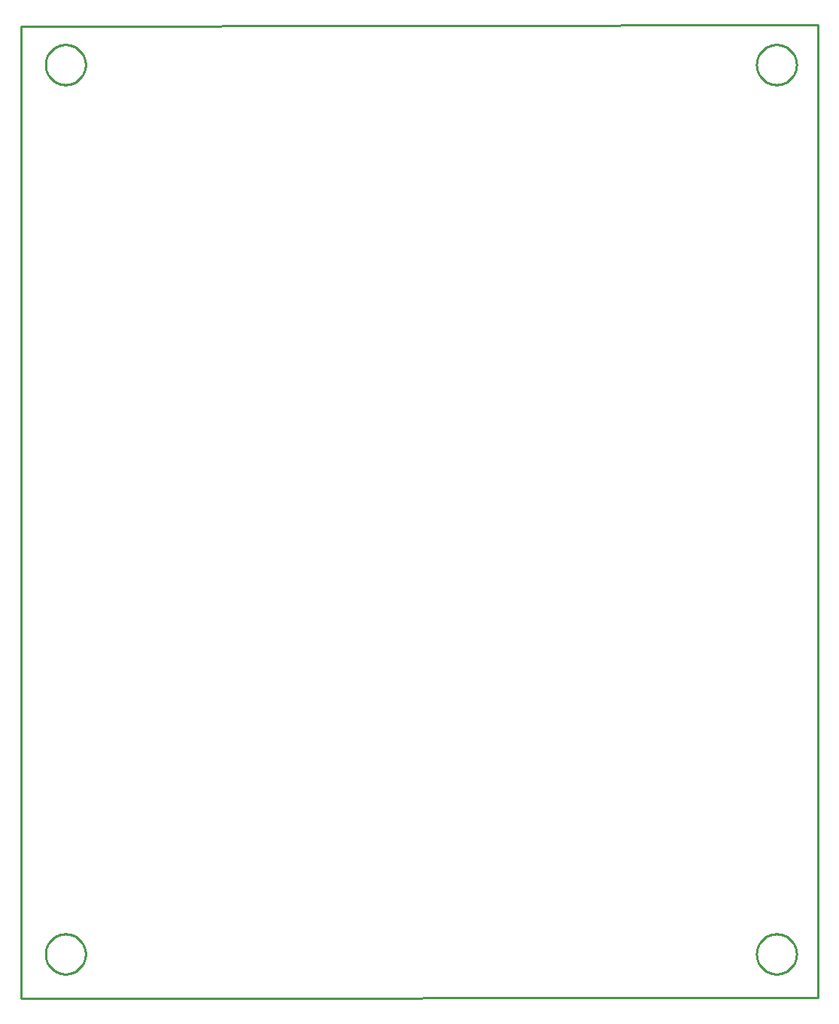
<source format=gbr>
G04 EAGLE Gerber X2 export*
%TF.Part,Single*%
%TF.FileFunction,Profile,NP*%
%TF.FilePolarity,Positive*%
%TF.GenerationSoftware,Autodesk,EAGLE,9.1.3*%
%TF.CreationDate,2018-11-23T23:54:25Z*%
G75*
%MOMM*%
%FSLAX34Y34*%
%LPD*%
%AMOC8*
5,1,8,0,0,1.08239X$1,22.5*%
G01*
%ADD10C,0.254000*%


D10*
X0Y0D02*
X896740Y1270D01*
X896740Y1094470D01*
X0Y1093200D01*
X0Y0D01*
X72500Y49369D02*
X72429Y48108D01*
X72288Y46853D01*
X72076Y45609D01*
X71795Y44378D01*
X71446Y43165D01*
X71029Y41973D01*
X70546Y40806D01*
X69998Y39669D01*
X69387Y38564D01*
X68715Y37495D01*
X67985Y36465D01*
X67198Y35478D01*
X66356Y34537D01*
X65464Y33644D01*
X64522Y32802D01*
X63535Y32015D01*
X62505Y31285D01*
X61436Y30613D01*
X60331Y30002D01*
X59194Y29454D01*
X58027Y28971D01*
X56835Y28554D01*
X55622Y28205D01*
X54391Y27924D01*
X53147Y27712D01*
X51892Y27571D01*
X50631Y27500D01*
X49369Y27500D01*
X48108Y27571D01*
X46853Y27712D01*
X45609Y27924D01*
X44378Y28205D01*
X43165Y28554D01*
X41973Y28971D01*
X40806Y29454D01*
X39669Y30002D01*
X38564Y30613D01*
X37495Y31285D01*
X36465Y32015D01*
X35478Y32802D01*
X34537Y33644D01*
X33644Y34537D01*
X32802Y35478D01*
X32015Y36465D01*
X31285Y37495D01*
X30613Y38564D01*
X30002Y39669D01*
X29454Y40806D01*
X28971Y41973D01*
X28554Y43165D01*
X28205Y44378D01*
X27924Y45609D01*
X27712Y46853D01*
X27571Y48108D01*
X27500Y49369D01*
X27500Y50631D01*
X27571Y51892D01*
X27712Y53147D01*
X27924Y54391D01*
X28205Y55622D01*
X28554Y56835D01*
X28971Y58027D01*
X29454Y59194D01*
X30002Y60331D01*
X30613Y61436D01*
X31285Y62505D01*
X32015Y63535D01*
X32802Y64522D01*
X33644Y65464D01*
X34537Y66356D01*
X35478Y67198D01*
X36465Y67985D01*
X37495Y68715D01*
X38564Y69387D01*
X39669Y69998D01*
X40806Y70546D01*
X41973Y71029D01*
X43165Y71446D01*
X44378Y71795D01*
X45609Y72076D01*
X46853Y72288D01*
X48108Y72429D01*
X49369Y72500D01*
X50631Y72500D01*
X51892Y72429D01*
X53147Y72288D01*
X54391Y72076D01*
X55622Y71795D01*
X56835Y71446D01*
X58027Y71029D01*
X59194Y70546D01*
X60331Y69998D01*
X61436Y69387D01*
X62505Y68715D01*
X63535Y67985D01*
X64522Y67198D01*
X65464Y66356D01*
X66356Y65464D01*
X67198Y64522D01*
X67985Y63535D01*
X68715Y62505D01*
X69387Y61436D01*
X69998Y60331D01*
X70546Y59194D01*
X71029Y58027D01*
X71446Y56835D01*
X71795Y55622D01*
X72076Y54391D01*
X72288Y53147D01*
X72429Y51892D01*
X72500Y50631D01*
X72500Y49369D01*
X872500Y49369D02*
X872429Y48108D01*
X872288Y46853D01*
X872076Y45609D01*
X871795Y44378D01*
X871446Y43165D01*
X871029Y41973D01*
X870546Y40806D01*
X869998Y39669D01*
X869387Y38564D01*
X868715Y37495D01*
X867985Y36465D01*
X867198Y35478D01*
X866356Y34537D01*
X865464Y33644D01*
X864522Y32802D01*
X863535Y32015D01*
X862505Y31285D01*
X861436Y30613D01*
X860331Y30002D01*
X859194Y29454D01*
X858027Y28971D01*
X856835Y28554D01*
X855622Y28205D01*
X854391Y27924D01*
X853147Y27712D01*
X851892Y27571D01*
X850631Y27500D01*
X849369Y27500D01*
X848108Y27571D01*
X846853Y27712D01*
X845609Y27924D01*
X844378Y28205D01*
X843165Y28554D01*
X841973Y28971D01*
X840806Y29454D01*
X839669Y30002D01*
X838564Y30613D01*
X837495Y31285D01*
X836465Y32015D01*
X835478Y32802D01*
X834537Y33644D01*
X833644Y34537D01*
X832802Y35478D01*
X832015Y36465D01*
X831285Y37495D01*
X830613Y38564D01*
X830002Y39669D01*
X829454Y40806D01*
X828971Y41973D01*
X828554Y43165D01*
X828205Y44378D01*
X827924Y45609D01*
X827712Y46853D01*
X827571Y48108D01*
X827500Y49369D01*
X827500Y50631D01*
X827571Y51892D01*
X827712Y53147D01*
X827924Y54391D01*
X828205Y55622D01*
X828554Y56835D01*
X828971Y58027D01*
X829454Y59194D01*
X830002Y60331D01*
X830613Y61436D01*
X831285Y62505D01*
X832015Y63535D01*
X832802Y64522D01*
X833644Y65464D01*
X834537Y66356D01*
X835478Y67198D01*
X836465Y67985D01*
X837495Y68715D01*
X838564Y69387D01*
X839669Y69998D01*
X840806Y70546D01*
X841973Y71029D01*
X843165Y71446D01*
X844378Y71795D01*
X845609Y72076D01*
X846853Y72288D01*
X848108Y72429D01*
X849369Y72500D01*
X850631Y72500D01*
X851892Y72429D01*
X853147Y72288D01*
X854391Y72076D01*
X855622Y71795D01*
X856835Y71446D01*
X858027Y71029D01*
X859194Y70546D01*
X860331Y69998D01*
X861436Y69387D01*
X862505Y68715D01*
X863535Y67985D01*
X864522Y67198D01*
X865464Y66356D01*
X866356Y65464D01*
X867198Y64522D01*
X867985Y63535D01*
X868715Y62505D01*
X869387Y61436D01*
X869998Y60331D01*
X870546Y59194D01*
X871029Y58027D01*
X871446Y56835D01*
X871795Y55622D01*
X872076Y54391D01*
X872288Y53147D01*
X872429Y51892D01*
X872500Y50631D01*
X872500Y49369D01*
X872500Y1049369D02*
X872429Y1048108D01*
X872288Y1046853D01*
X872076Y1045609D01*
X871795Y1044378D01*
X871446Y1043165D01*
X871029Y1041973D01*
X870546Y1040806D01*
X869998Y1039669D01*
X869387Y1038564D01*
X868715Y1037495D01*
X867985Y1036465D01*
X867198Y1035478D01*
X866356Y1034537D01*
X865464Y1033644D01*
X864522Y1032802D01*
X863535Y1032015D01*
X862505Y1031285D01*
X861436Y1030613D01*
X860331Y1030002D01*
X859194Y1029454D01*
X858027Y1028971D01*
X856835Y1028554D01*
X855622Y1028205D01*
X854391Y1027924D01*
X853147Y1027712D01*
X851892Y1027571D01*
X850631Y1027500D01*
X849369Y1027500D01*
X848108Y1027571D01*
X846853Y1027712D01*
X845609Y1027924D01*
X844378Y1028205D01*
X843165Y1028554D01*
X841973Y1028971D01*
X840806Y1029454D01*
X839669Y1030002D01*
X838564Y1030613D01*
X837495Y1031285D01*
X836465Y1032015D01*
X835478Y1032802D01*
X834537Y1033644D01*
X833644Y1034537D01*
X832802Y1035478D01*
X832015Y1036465D01*
X831285Y1037495D01*
X830613Y1038564D01*
X830002Y1039669D01*
X829454Y1040806D01*
X828971Y1041973D01*
X828554Y1043165D01*
X828205Y1044378D01*
X827924Y1045609D01*
X827712Y1046853D01*
X827571Y1048108D01*
X827500Y1049369D01*
X827500Y1050631D01*
X827571Y1051892D01*
X827712Y1053147D01*
X827924Y1054391D01*
X828205Y1055622D01*
X828554Y1056835D01*
X828971Y1058027D01*
X829454Y1059194D01*
X830002Y1060331D01*
X830613Y1061436D01*
X831285Y1062505D01*
X832015Y1063535D01*
X832802Y1064522D01*
X833644Y1065464D01*
X834537Y1066356D01*
X835478Y1067198D01*
X836465Y1067985D01*
X837495Y1068715D01*
X838564Y1069387D01*
X839669Y1069998D01*
X840806Y1070546D01*
X841973Y1071029D01*
X843165Y1071446D01*
X844378Y1071795D01*
X845609Y1072076D01*
X846853Y1072288D01*
X848108Y1072429D01*
X849369Y1072500D01*
X850631Y1072500D01*
X851892Y1072429D01*
X853147Y1072288D01*
X854391Y1072076D01*
X855622Y1071795D01*
X856835Y1071446D01*
X858027Y1071029D01*
X859194Y1070546D01*
X860331Y1069998D01*
X861436Y1069387D01*
X862505Y1068715D01*
X863535Y1067985D01*
X864522Y1067198D01*
X865464Y1066356D01*
X866356Y1065464D01*
X867198Y1064522D01*
X867985Y1063535D01*
X868715Y1062505D01*
X869387Y1061436D01*
X869998Y1060331D01*
X870546Y1059194D01*
X871029Y1058027D01*
X871446Y1056835D01*
X871795Y1055622D01*
X872076Y1054391D01*
X872288Y1053147D01*
X872429Y1051892D01*
X872500Y1050631D01*
X872500Y1049369D01*
X72500Y1049369D02*
X72429Y1048108D01*
X72288Y1046853D01*
X72076Y1045609D01*
X71795Y1044378D01*
X71446Y1043165D01*
X71029Y1041973D01*
X70546Y1040806D01*
X69998Y1039669D01*
X69387Y1038564D01*
X68715Y1037495D01*
X67985Y1036465D01*
X67198Y1035478D01*
X66356Y1034537D01*
X65464Y1033644D01*
X64522Y1032802D01*
X63535Y1032015D01*
X62505Y1031285D01*
X61436Y1030613D01*
X60331Y1030002D01*
X59194Y1029454D01*
X58027Y1028971D01*
X56835Y1028554D01*
X55622Y1028205D01*
X54391Y1027924D01*
X53147Y1027712D01*
X51892Y1027571D01*
X50631Y1027500D01*
X49369Y1027500D01*
X48108Y1027571D01*
X46853Y1027712D01*
X45609Y1027924D01*
X44378Y1028205D01*
X43165Y1028554D01*
X41973Y1028971D01*
X40806Y1029454D01*
X39669Y1030002D01*
X38564Y1030613D01*
X37495Y1031285D01*
X36465Y1032015D01*
X35478Y1032802D01*
X34537Y1033644D01*
X33644Y1034537D01*
X32802Y1035478D01*
X32015Y1036465D01*
X31285Y1037495D01*
X30613Y1038564D01*
X30002Y1039669D01*
X29454Y1040806D01*
X28971Y1041973D01*
X28554Y1043165D01*
X28205Y1044378D01*
X27924Y1045609D01*
X27712Y1046853D01*
X27571Y1048108D01*
X27500Y1049369D01*
X27500Y1050631D01*
X27571Y1051892D01*
X27712Y1053147D01*
X27924Y1054391D01*
X28205Y1055622D01*
X28554Y1056835D01*
X28971Y1058027D01*
X29454Y1059194D01*
X30002Y1060331D01*
X30613Y1061436D01*
X31285Y1062505D01*
X32015Y1063535D01*
X32802Y1064522D01*
X33644Y1065464D01*
X34537Y1066356D01*
X35478Y1067198D01*
X36465Y1067985D01*
X37495Y1068715D01*
X38564Y1069387D01*
X39669Y1069998D01*
X40806Y1070546D01*
X41973Y1071029D01*
X43165Y1071446D01*
X44378Y1071795D01*
X45609Y1072076D01*
X46853Y1072288D01*
X48108Y1072429D01*
X49369Y1072500D01*
X50631Y1072500D01*
X51892Y1072429D01*
X53147Y1072288D01*
X54391Y1072076D01*
X55622Y1071795D01*
X56835Y1071446D01*
X58027Y1071029D01*
X59194Y1070546D01*
X60331Y1069998D01*
X61436Y1069387D01*
X62505Y1068715D01*
X63535Y1067985D01*
X64522Y1067198D01*
X65464Y1066356D01*
X66356Y1065464D01*
X67198Y1064522D01*
X67985Y1063535D01*
X68715Y1062505D01*
X69387Y1061436D01*
X69998Y1060331D01*
X70546Y1059194D01*
X71029Y1058027D01*
X71446Y1056835D01*
X71795Y1055622D01*
X72076Y1054391D01*
X72288Y1053147D01*
X72429Y1051892D01*
X72500Y1050631D01*
X72500Y1049369D01*
M02*

</source>
